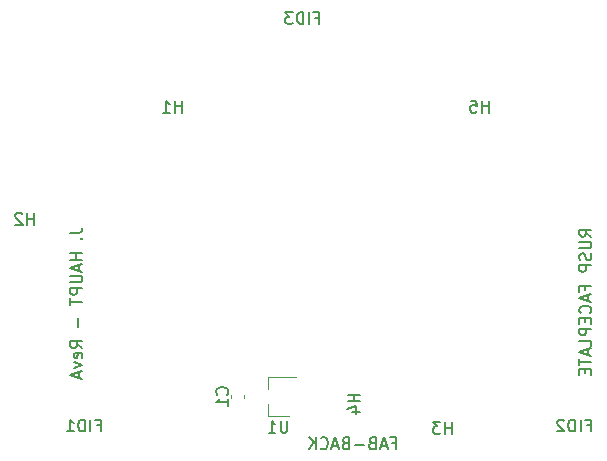
<source format=gbr>
G04 #@! TF.GenerationSoftware,KiCad,Pcbnew,8.0.8+dfsg-1*
G04 #@! TF.CreationDate,2025-03-16T16:56:24-04:00*
G04 #@! TF.ProjectId,RUST_Dialboard,52555354-5f44-4696-916c-626f6172642e,rev?*
G04 #@! TF.SameCoordinates,Original*
G04 #@! TF.FileFunction,Legend,Bot*
G04 #@! TF.FilePolarity,Positive*
%FSLAX46Y46*%
G04 Gerber Fmt 4.6, Leading zero omitted, Abs format (unit mm)*
G04 Created by KiCad (PCBNEW 8.0.8+dfsg-1) date 2025-03-16 16:56:24*
%MOMM*%
%LPD*%
G01*
G04 APERTURE LIST*
%ADD10C,0.200000*%
%ADD11C,0.150000*%
%ADD12C,0.120000*%
G04 APERTURE END LIST*
D10*
X122144219Y-86827618D02*
X122858504Y-86827618D01*
X122858504Y-86827618D02*
X123001361Y-86779999D01*
X123001361Y-86779999D02*
X123096600Y-86684761D01*
X123096600Y-86684761D02*
X123144219Y-86541904D01*
X123144219Y-86541904D02*
X123144219Y-86446666D01*
X123048980Y-87303809D02*
X123096600Y-87351428D01*
X123096600Y-87351428D02*
X123144219Y-87303809D01*
X123144219Y-87303809D02*
X123096600Y-87256190D01*
X123096600Y-87256190D02*
X123048980Y-87303809D01*
X123048980Y-87303809D02*
X123144219Y-87303809D01*
X123144219Y-88541904D02*
X122144219Y-88541904D01*
X122620409Y-88541904D02*
X122620409Y-89113332D01*
X123144219Y-89113332D02*
X122144219Y-89113332D01*
X122858504Y-89541904D02*
X122858504Y-90018094D01*
X123144219Y-89446666D02*
X122144219Y-89779999D01*
X122144219Y-89779999D02*
X123144219Y-90113332D01*
X122144219Y-90446666D02*
X122953742Y-90446666D01*
X122953742Y-90446666D02*
X123048980Y-90494285D01*
X123048980Y-90494285D02*
X123096600Y-90541904D01*
X123096600Y-90541904D02*
X123144219Y-90637142D01*
X123144219Y-90637142D02*
X123144219Y-90827618D01*
X123144219Y-90827618D02*
X123096600Y-90922856D01*
X123096600Y-90922856D02*
X123048980Y-90970475D01*
X123048980Y-90970475D02*
X122953742Y-91018094D01*
X122953742Y-91018094D02*
X122144219Y-91018094D01*
X123144219Y-91494285D02*
X122144219Y-91494285D01*
X122144219Y-91494285D02*
X122144219Y-91875237D01*
X122144219Y-91875237D02*
X122191838Y-91970475D01*
X122191838Y-91970475D02*
X122239457Y-92018094D01*
X122239457Y-92018094D02*
X122334695Y-92065713D01*
X122334695Y-92065713D02*
X122477552Y-92065713D01*
X122477552Y-92065713D02*
X122572790Y-92018094D01*
X122572790Y-92018094D02*
X122620409Y-91970475D01*
X122620409Y-91970475D02*
X122668028Y-91875237D01*
X122668028Y-91875237D02*
X122668028Y-91494285D01*
X122144219Y-92351428D02*
X122144219Y-92922856D01*
X123144219Y-92637142D02*
X122144219Y-92637142D01*
X122763266Y-94018095D02*
X122763266Y-94780000D01*
X123144219Y-96589523D02*
X122668028Y-96256190D01*
X123144219Y-96018095D02*
X122144219Y-96018095D01*
X122144219Y-96018095D02*
X122144219Y-96399047D01*
X122144219Y-96399047D02*
X122191838Y-96494285D01*
X122191838Y-96494285D02*
X122239457Y-96541904D01*
X122239457Y-96541904D02*
X122334695Y-96589523D01*
X122334695Y-96589523D02*
X122477552Y-96589523D01*
X122477552Y-96589523D02*
X122572790Y-96541904D01*
X122572790Y-96541904D02*
X122620409Y-96494285D01*
X122620409Y-96494285D02*
X122668028Y-96399047D01*
X122668028Y-96399047D02*
X122668028Y-96018095D01*
X123096600Y-97399047D02*
X123144219Y-97303809D01*
X123144219Y-97303809D02*
X123144219Y-97113333D01*
X123144219Y-97113333D02*
X123096600Y-97018095D01*
X123096600Y-97018095D02*
X123001361Y-96970476D01*
X123001361Y-96970476D02*
X122620409Y-96970476D01*
X122620409Y-96970476D02*
X122525171Y-97018095D01*
X122525171Y-97018095D02*
X122477552Y-97113333D01*
X122477552Y-97113333D02*
X122477552Y-97303809D01*
X122477552Y-97303809D02*
X122525171Y-97399047D01*
X122525171Y-97399047D02*
X122620409Y-97446666D01*
X122620409Y-97446666D02*
X122715647Y-97446666D01*
X122715647Y-97446666D02*
X122810885Y-96970476D01*
X122477552Y-97780000D02*
X123144219Y-98018095D01*
X123144219Y-98018095D02*
X122477552Y-98256190D01*
X122858504Y-98589524D02*
X122858504Y-99065714D01*
X123144219Y-98494286D02*
X122144219Y-98827619D01*
X122144219Y-98827619D02*
X123144219Y-99160952D01*
X166244219Y-87132380D02*
X165768028Y-86799047D01*
X166244219Y-86560952D02*
X165244219Y-86560952D01*
X165244219Y-86560952D02*
X165244219Y-86941904D01*
X165244219Y-86941904D02*
X165291838Y-87037142D01*
X165291838Y-87037142D02*
X165339457Y-87084761D01*
X165339457Y-87084761D02*
X165434695Y-87132380D01*
X165434695Y-87132380D02*
X165577552Y-87132380D01*
X165577552Y-87132380D02*
X165672790Y-87084761D01*
X165672790Y-87084761D02*
X165720409Y-87037142D01*
X165720409Y-87037142D02*
X165768028Y-86941904D01*
X165768028Y-86941904D02*
X165768028Y-86560952D01*
X165244219Y-87560952D02*
X166053742Y-87560952D01*
X166053742Y-87560952D02*
X166148980Y-87608571D01*
X166148980Y-87608571D02*
X166196600Y-87656190D01*
X166196600Y-87656190D02*
X166244219Y-87751428D01*
X166244219Y-87751428D02*
X166244219Y-87941904D01*
X166244219Y-87941904D02*
X166196600Y-88037142D01*
X166196600Y-88037142D02*
X166148980Y-88084761D01*
X166148980Y-88084761D02*
X166053742Y-88132380D01*
X166053742Y-88132380D02*
X165244219Y-88132380D01*
X166196600Y-88560952D02*
X166244219Y-88703809D01*
X166244219Y-88703809D02*
X166244219Y-88941904D01*
X166244219Y-88941904D02*
X166196600Y-89037142D01*
X166196600Y-89037142D02*
X166148980Y-89084761D01*
X166148980Y-89084761D02*
X166053742Y-89132380D01*
X166053742Y-89132380D02*
X165958504Y-89132380D01*
X165958504Y-89132380D02*
X165863266Y-89084761D01*
X165863266Y-89084761D02*
X165815647Y-89037142D01*
X165815647Y-89037142D02*
X165768028Y-88941904D01*
X165768028Y-88941904D02*
X165720409Y-88751428D01*
X165720409Y-88751428D02*
X165672790Y-88656190D01*
X165672790Y-88656190D02*
X165625171Y-88608571D01*
X165625171Y-88608571D02*
X165529933Y-88560952D01*
X165529933Y-88560952D02*
X165434695Y-88560952D01*
X165434695Y-88560952D02*
X165339457Y-88608571D01*
X165339457Y-88608571D02*
X165291838Y-88656190D01*
X165291838Y-88656190D02*
X165244219Y-88751428D01*
X165244219Y-88751428D02*
X165244219Y-88989523D01*
X165244219Y-88989523D02*
X165291838Y-89132380D01*
X166244219Y-89560952D02*
X165244219Y-89560952D01*
X165244219Y-89560952D02*
X165244219Y-89941904D01*
X165244219Y-89941904D02*
X165291838Y-90037142D01*
X165291838Y-90037142D02*
X165339457Y-90084761D01*
X165339457Y-90084761D02*
X165434695Y-90132380D01*
X165434695Y-90132380D02*
X165577552Y-90132380D01*
X165577552Y-90132380D02*
X165672790Y-90084761D01*
X165672790Y-90084761D02*
X165720409Y-90037142D01*
X165720409Y-90037142D02*
X165768028Y-89941904D01*
X165768028Y-89941904D02*
X165768028Y-89560952D01*
X165720409Y-91656190D02*
X165720409Y-91322857D01*
X166244219Y-91322857D02*
X165244219Y-91322857D01*
X165244219Y-91322857D02*
X165244219Y-91799047D01*
X165958504Y-92132381D02*
X165958504Y-92608571D01*
X166244219Y-92037143D02*
X165244219Y-92370476D01*
X165244219Y-92370476D02*
X166244219Y-92703809D01*
X166148980Y-93608571D02*
X166196600Y-93560952D01*
X166196600Y-93560952D02*
X166244219Y-93418095D01*
X166244219Y-93418095D02*
X166244219Y-93322857D01*
X166244219Y-93322857D02*
X166196600Y-93180000D01*
X166196600Y-93180000D02*
X166101361Y-93084762D01*
X166101361Y-93084762D02*
X166006123Y-93037143D01*
X166006123Y-93037143D02*
X165815647Y-92989524D01*
X165815647Y-92989524D02*
X165672790Y-92989524D01*
X165672790Y-92989524D02*
X165482314Y-93037143D01*
X165482314Y-93037143D02*
X165387076Y-93084762D01*
X165387076Y-93084762D02*
X165291838Y-93180000D01*
X165291838Y-93180000D02*
X165244219Y-93322857D01*
X165244219Y-93322857D02*
X165244219Y-93418095D01*
X165244219Y-93418095D02*
X165291838Y-93560952D01*
X165291838Y-93560952D02*
X165339457Y-93608571D01*
X165720409Y-94037143D02*
X165720409Y-94370476D01*
X166244219Y-94513333D02*
X166244219Y-94037143D01*
X166244219Y-94037143D02*
X165244219Y-94037143D01*
X165244219Y-94037143D02*
X165244219Y-94513333D01*
X166244219Y-94941905D02*
X165244219Y-94941905D01*
X165244219Y-94941905D02*
X165244219Y-95322857D01*
X165244219Y-95322857D02*
X165291838Y-95418095D01*
X165291838Y-95418095D02*
X165339457Y-95465714D01*
X165339457Y-95465714D02*
X165434695Y-95513333D01*
X165434695Y-95513333D02*
X165577552Y-95513333D01*
X165577552Y-95513333D02*
X165672790Y-95465714D01*
X165672790Y-95465714D02*
X165720409Y-95418095D01*
X165720409Y-95418095D02*
X165768028Y-95322857D01*
X165768028Y-95322857D02*
X165768028Y-94941905D01*
X166244219Y-96418095D02*
X166244219Y-95941905D01*
X166244219Y-95941905D02*
X165244219Y-95941905D01*
X165958504Y-96703810D02*
X165958504Y-97180000D01*
X166244219Y-96608572D02*
X165244219Y-96941905D01*
X165244219Y-96941905D02*
X166244219Y-97275238D01*
X165244219Y-97465715D02*
X165244219Y-98037143D01*
X166244219Y-97751429D02*
X165244219Y-97751429D01*
X165720409Y-98370477D02*
X165720409Y-98703810D01*
X166244219Y-98846667D02*
X166244219Y-98370477D01*
X166244219Y-98370477D02*
X165244219Y-98370477D01*
X165244219Y-98370477D02*
X165244219Y-98846667D01*
D11*
X149375333Y-104611009D02*
X149708666Y-104611009D01*
X149708666Y-105134819D02*
X149708666Y-104134819D01*
X149708666Y-104134819D02*
X149232476Y-104134819D01*
X148899142Y-104849104D02*
X148422952Y-104849104D01*
X148994380Y-105134819D02*
X148661047Y-104134819D01*
X148661047Y-104134819D02*
X148327714Y-105134819D01*
X147661047Y-104611009D02*
X147518190Y-104658628D01*
X147518190Y-104658628D02*
X147470571Y-104706247D01*
X147470571Y-104706247D02*
X147422952Y-104801485D01*
X147422952Y-104801485D02*
X147422952Y-104944342D01*
X147422952Y-104944342D02*
X147470571Y-105039580D01*
X147470571Y-105039580D02*
X147518190Y-105087200D01*
X147518190Y-105087200D02*
X147613428Y-105134819D01*
X147613428Y-105134819D02*
X147994380Y-105134819D01*
X147994380Y-105134819D02*
X147994380Y-104134819D01*
X147994380Y-104134819D02*
X147661047Y-104134819D01*
X147661047Y-104134819D02*
X147565809Y-104182438D01*
X147565809Y-104182438D02*
X147518190Y-104230057D01*
X147518190Y-104230057D02*
X147470571Y-104325295D01*
X147470571Y-104325295D02*
X147470571Y-104420533D01*
X147470571Y-104420533D02*
X147518190Y-104515771D01*
X147518190Y-104515771D02*
X147565809Y-104563390D01*
X147565809Y-104563390D02*
X147661047Y-104611009D01*
X147661047Y-104611009D02*
X147994380Y-104611009D01*
X146994380Y-104753866D02*
X146232476Y-104753866D01*
X145422952Y-104611009D02*
X145280095Y-104658628D01*
X145280095Y-104658628D02*
X145232476Y-104706247D01*
X145232476Y-104706247D02*
X145184857Y-104801485D01*
X145184857Y-104801485D02*
X145184857Y-104944342D01*
X145184857Y-104944342D02*
X145232476Y-105039580D01*
X145232476Y-105039580D02*
X145280095Y-105087200D01*
X145280095Y-105087200D02*
X145375333Y-105134819D01*
X145375333Y-105134819D02*
X145756285Y-105134819D01*
X145756285Y-105134819D02*
X145756285Y-104134819D01*
X145756285Y-104134819D02*
X145422952Y-104134819D01*
X145422952Y-104134819D02*
X145327714Y-104182438D01*
X145327714Y-104182438D02*
X145280095Y-104230057D01*
X145280095Y-104230057D02*
X145232476Y-104325295D01*
X145232476Y-104325295D02*
X145232476Y-104420533D01*
X145232476Y-104420533D02*
X145280095Y-104515771D01*
X145280095Y-104515771D02*
X145327714Y-104563390D01*
X145327714Y-104563390D02*
X145422952Y-104611009D01*
X145422952Y-104611009D02*
X145756285Y-104611009D01*
X144803904Y-104849104D02*
X144327714Y-104849104D01*
X144899142Y-105134819D02*
X144565809Y-104134819D01*
X144565809Y-104134819D02*
X144232476Y-105134819D01*
X143327714Y-105039580D02*
X143375333Y-105087200D01*
X143375333Y-105087200D02*
X143518190Y-105134819D01*
X143518190Y-105134819D02*
X143613428Y-105134819D01*
X143613428Y-105134819D02*
X143756285Y-105087200D01*
X143756285Y-105087200D02*
X143851523Y-104991961D01*
X143851523Y-104991961D02*
X143899142Y-104896723D01*
X143899142Y-104896723D02*
X143946761Y-104706247D01*
X143946761Y-104706247D02*
X143946761Y-104563390D01*
X143946761Y-104563390D02*
X143899142Y-104372914D01*
X143899142Y-104372914D02*
X143851523Y-104277676D01*
X143851523Y-104277676D02*
X143756285Y-104182438D01*
X143756285Y-104182438D02*
X143613428Y-104134819D01*
X143613428Y-104134819D02*
X143518190Y-104134819D01*
X143518190Y-104134819D02*
X143375333Y-104182438D01*
X143375333Y-104182438D02*
X143327714Y-104230057D01*
X142899142Y-105134819D02*
X142899142Y-104134819D01*
X142327714Y-105134819D02*
X142756285Y-104563390D01*
X142327714Y-104134819D02*
X142899142Y-104706247D01*
X119053904Y-86134819D02*
X119053904Y-85134819D01*
X119053904Y-85611009D02*
X118482476Y-85611009D01*
X118482476Y-86134819D02*
X118482476Y-85134819D01*
X118053904Y-85230057D02*
X118006285Y-85182438D01*
X118006285Y-85182438D02*
X117911047Y-85134819D01*
X117911047Y-85134819D02*
X117672952Y-85134819D01*
X117672952Y-85134819D02*
X117577714Y-85182438D01*
X117577714Y-85182438D02*
X117530095Y-85230057D01*
X117530095Y-85230057D02*
X117482476Y-85325295D01*
X117482476Y-85325295D02*
X117482476Y-85420533D01*
X117482476Y-85420533D02*
X117530095Y-85563390D01*
X117530095Y-85563390D02*
X118101523Y-86134819D01*
X118101523Y-86134819D02*
X117482476Y-86134819D01*
X131553904Y-76634819D02*
X131553904Y-75634819D01*
X131553904Y-76111009D02*
X130982476Y-76111009D01*
X130982476Y-76634819D02*
X130982476Y-75634819D01*
X129982476Y-76634819D02*
X130553904Y-76634819D01*
X130268190Y-76634819D02*
X130268190Y-75634819D01*
X130268190Y-75634819D02*
X130363428Y-75777676D01*
X130363428Y-75777676D02*
X130458666Y-75872914D01*
X130458666Y-75872914D02*
X130553904Y-75920533D01*
X154421904Y-103832819D02*
X154421904Y-102832819D01*
X154421904Y-103309009D02*
X153850476Y-103309009D01*
X153850476Y-103832819D02*
X153850476Y-102832819D01*
X153469523Y-102832819D02*
X152850476Y-102832819D01*
X152850476Y-102832819D02*
X153183809Y-103213771D01*
X153183809Y-103213771D02*
X153040952Y-103213771D01*
X153040952Y-103213771D02*
X152945714Y-103261390D01*
X152945714Y-103261390D02*
X152898095Y-103309009D01*
X152898095Y-103309009D02*
X152850476Y-103404247D01*
X152850476Y-103404247D02*
X152850476Y-103642342D01*
X152850476Y-103642342D02*
X152898095Y-103737580D01*
X152898095Y-103737580D02*
X152945714Y-103785200D01*
X152945714Y-103785200D02*
X153040952Y-103832819D01*
X153040952Y-103832819D02*
X153326666Y-103832819D01*
X153326666Y-103832819D02*
X153421904Y-103785200D01*
X153421904Y-103785200D02*
X153469523Y-103737580D01*
X157553904Y-76634819D02*
X157553904Y-75634819D01*
X157553904Y-76111009D02*
X156982476Y-76111009D01*
X156982476Y-76634819D02*
X156982476Y-75634819D01*
X156030095Y-75634819D02*
X156506285Y-75634819D01*
X156506285Y-75634819D02*
X156553904Y-76111009D01*
X156553904Y-76111009D02*
X156506285Y-76063390D01*
X156506285Y-76063390D02*
X156411047Y-76015771D01*
X156411047Y-76015771D02*
X156172952Y-76015771D01*
X156172952Y-76015771D02*
X156077714Y-76063390D01*
X156077714Y-76063390D02*
X156030095Y-76111009D01*
X156030095Y-76111009D02*
X155982476Y-76206247D01*
X155982476Y-76206247D02*
X155982476Y-76444342D01*
X155982476Y-76444342D02*
X156030095Y-76539580D01*
X156030095Y-76539580D02*
X156077714Y-76587200D01*
X156077714Y-76587200D02*
X156172952Y-76634819D01*
X156172952Y-76634819D02*
X156411047Y-76634819D01*
X156411047Y-76634819D02*
X156506285Y-76587200D01*
X156506285Y-76587200D02*
X156553904Y-76539580D01*
X146646819Y-100518095D02*
X145646819Y-100518095D01*
X146123009Y-100518095D02*
X146123009Y-101089523D01*
X146646819Y-101089523D02*
X145646819Y-101089523D01*
X145980152Y-101994285D02*
X146646819Y-101994285D01*
X145599200Y-101756190D02*
X146313485Y-101518095D01*
X146313485Y-101518095D02*
X146313485Y-102137142D01*
X142863428Y-68611009D02*
X143196761Y-68611009D01*
X143196761Y-69134819D02*
X143196761Y-68134819D01*
X143196761Y-68134819D02*
X142720571Y-68134819D01*
X142339618Y-69134819D02*
X142339618Y-68134819D01*
X141863428Y-69134819D02*
X141863428Y-68134819D01*
X141863428Y-68134819D02*
X141625333Y-68134819D01*
X141625333Y-68134819D02*
X141482476Y-68182438D01*
X141482476Y-68182438D02*
X141387238Y-68277676D01*
X141387238Y-68277676D02*
X141339619Y-68372914D01*
X141339619Y-68372914D02*
X141292000Y-68563390D01*
X141292000Y-68563390D02*
X141292000Y-68706247D01*
X141292000Y-68706247D02*
X141339619Y-68896723D01*
X141339619Y-68896723D02*
X141387238Y-68991961D01*
X141387238Y-68991961D02*
X141482476Y-69087200D01*
X141482476Y-69087200D02*
X141625333Y-69134819D01*
X141625333Y-69134819D02*
X141863428Y-69134819D01*
X140958666Y-68134819D02*
X140339619Y-68134819D01*
X140339619Y-68134819D02*
X140672952Y-68515771D01*
X140672952Y-68515771D02*
X140530095Y-68515771D01*
X140530095Y-68515771D02*
X140434857Y-68563390D01*
X140434857Y-68563390D02*
X140387238Y-68611009D01*
X140387238Y-68611009D02*
X140339619Y-68706247D01*
X140339619Y-68706247D02*
X140339619Y-68944342D01*
X140339619Y-68944342D02*
X140387238Y-69039580D01*
X140387238Y-69039580D02*
X140434857Y-69087200D01*
X140434857Y-69087200D02*
X140530095Y-69134819D01*
X140530095Y-69134819D02*
X140815809Y-69134819D01*
X140815809Y-69134819D02*
X140911047Y-69087200D01*
X140911047Y-69087200D02*
X140958666Y-69039580D01*
X124363428Y-103111009D02*
X124696761Y-103111009D01*
X124696761Y-103634819D02*
X124696761Y-102634819D01*
X124696761Y-102634819D02*
X124220571Y-102634819D01*
X123839618Y-103634819D02*
X123839618Y-102634819D01*
X123363428Y-103634819D02*
X123363428Y-102634819D01*
X123363428Y-102634819D02*
X123125333Y-102634819D01*
X123125333Y-102634819D02*
X122982476Y-102682438D01*
X122982476Y-102682438D02*
X122887238Y-102777676D01*
X122887238Y-102777676D02*
X122839619Y-102872914D01*
X122839619Y-102872914D02*
X122792000Y-103063390D01*
X122792000Y-103063390D02*
X122792000Y-103206247D01*
X122792000Y-103206247D02*
X122839619Y-103396723D01*
X122839619Y-103396723D02*
X122887238Y-103491961D01*
X122887238Y-103491961D02*
X122982476Y-103587200D01*
X122982476Y-103587200D02*
X123125333Y-103634819D01*
X123125333Y-103634819D02*
X123363428Y-103634819D01*
X121839619Y-103634819D02*
X122411047Y-103634819D01*
X122125333Y-103634819D02*
X122125333Y-102634819D01*
X122125333Y-102634819D02*
X122220571Y-102777676D01*
X122220571Y-102777676D02*
X122315809Y-102872914D01*
X122315809Y-102872914D02*
X122411047Y-102920533D01*
X165863428Y-103111009D02*
X166196761Y-103111009D01*
X166196761Y-103634819D02*
X166196761Y-102634819D01*
X166196761Y-102634819D02*
X165720571Y-102634819D01*
X165339618Y-103634819D02*
X165339618Y-102634819D01*
X164863428Y-103634819D02*
X164863428Y-102634819D01*
X164863428Y-102634819D02*
X164625333Y-102634819D01*
X164625333Y-102634819D02*
X164482476Y-102682438D01*
X164482476Y-102682438D02*
X164387238Y-102777676D01*
X164387238Y-102777676D02*
X164339619Y-102872914D01*
X164339619Y-102872914D02*
X164292000Y-103063390D01*
X164292000Y-103063390D02*
X164292000Y-103206247D01*
X164292000Y-103206247D02*
X164339619Y-103396723D01*
X164339619Y-103396723D02*
X164387238Y-103491961D01*
X164387238Y-103491961D02*
X164482476Y-103587200D01*
X164482476Y-103587200D02*
X164625333Y-103634819D01*
X164625333Y-103634819D02*
X164863428Y-103634819D01*
X163911047Y-102730057D02*
X163863428Y-102682438D01*
X163863428Y-102682438D02*
X163768190Y-102634819D01*
X163768190Y-102634819D02*
X163530095Y-102634819D01*
X163530095Y-102634819D02*
X163434857Y-102682438D01*
X163434857Y-102682438D02*
X163387238Y-102730057D01*
X163387238Y-102730057D02*
X163339619Y-102825295D01*
X163339619Y-102825295D02*
X163339619Y-102920533D01*
X163339619Y-102920533D02*
X163387238Y-103063390D01*
X163387238Y-103063390D02*
X163958666Y-103634819D01*
X163958666Y-103634819D02*
X163339619Y-103634819D01*
X135401580Y-100513333D02*
X135449200Y-100465714D01*
X135449200Y-100465714D02*
X135496819Y-100322857D01*
X135496819Y-100322857D02*
X135496819Y-100227619D01*
X135496819Y-100227619D02*
X135449200Y-100084762D01*
X135449200Y-100084762D02*
X135353961Y-99989524D01*
X135353961Y-99989524D02*
X135258723Y-99941905D01*
X135258723Y-99941905D02*
X135068247Y-99894286D01*
X135068247Y-99894286D02*
X134925390Y-99894286D01*
X134925390Y-99894286D02*
X134734914Y-99941905D01*
X134734914Y-99941905D02*
X134639676Y-99989524D01*
X134639676Y-99989524D02*
X134544438Y-100084762D01*
X134544438Y-100084762D02*
X134496819Y-100227619D01*
X134496819Y-100227619D02*
X134496819Y-100322857D01*
X134496819Y-100322857D02*
X134544438Y-100465714D01*
X134544438Y-100465714D02*
X134592057Y-100513333D01*
X135496819Y-101465714D02*
X135496819Y-100894286D01*
X135496819Y-101180000D02*
X134496819Y-101180000D01*
X134496819Y-101180000D02*
X134639676Y-101084762D01*
X134639676Y-101084762D02*
X134734914Y-100989524D01*
X134734914Y-100989524D02*
X134782533Y-100894286D01*
X140503904Y-102734819D02*
X140503904Y-103544342D01*
X140503904Y-103544342D02*
X140456285Y-103639580D01*
X140456285Y-103639580D02*
X140408666Y-103687200D01*
X140408666Y-103687200D02*
X140313428Y-103734819D01*
X140313428Y-103734819D02*
X140122952Y-103734819D01*
X140122952Y-103734819D02*
X140027714Y-103687200D01*
X140027714Y-103687200D02*
X139980095Y-103639580D01*
X139980095Y-103639580D02*
X139932476Y-103544342D01*
X139932476Y-103544342D02*
X139932476Y-102734819D01*
X138932476Y-103734819D02*
X139503904Y-103734819D01*
X139218190Y-103734819D02*
X139218190Y-102734819D01*
X139218190Y-102734819D02*
X139313428Y-102877676D01*
X139313428Y-102877676D02*
X139408666Y-102972914D01*
X139408666Y-102972914D02*
X139503904Y-103020533D01*
D12*
G04 #@! TO.C,C1*
X135782000Y-100539420D02*
X135782000Y-100820580D01*
X136802000Y-100539420D02*
X136802000Y-100820580D01*
G04 #@! TO.C,U1*
X138842000Y-99030000D02*
X138842000Y-100080000D01*
X138842000Y-102330000D02*
X138842000Y-101280000D01*
X140642000Y-102330000D02*
X138842000Y-102330000D01*
X141242000Y-99030000D02*
X138842000Y-99030000D01*
G04 #@! TD*
M02*

</source>
